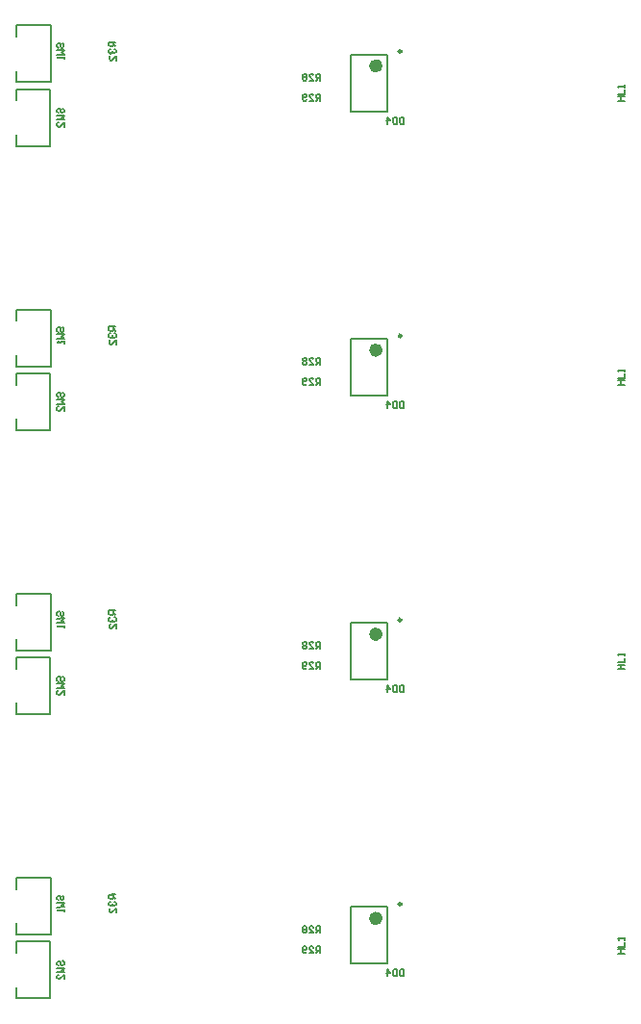
<source format=gbo>
G04*
G04 #@! TF.GenerationSoftware,Altium Limited,Altium Designer,20.2.7 (254)*
G04*
G04 Layer_Color=32896*
%FSLAX44Y44*%
%MOMM*%
G71*
G04*
G04 #@! TF.SameCoordinates,9E9914D9-28FD-47AE-AA4C-24E4B2164C89*
G04*
G04*
G04 #@! TF.FilePolarity,Positive*
G04*
G01*
G75*
%ADD10C,0.2500*%
%ADD11C,0.6000*%
%ADD12C,0.2000*%
%ADD13C,0.1500*%
D10*
X366000Y434710D02*
G03*
X366000Y434710I-1250J0D01*
G01*
Y684710D02*
G03*
X366000Y684710I-1250J0D01*
G01*
Y934710D02*
G03*
X366000Y934710I-1250J0D01*
G01*
Y184710D02*
G03*
X366000Y184710I-1250J0D01*
G01*
D11*
X346500Y422160D02*
G03*
X346500Y422160I-3000J0D01*
G01*
Y672160D02*
G03*
X346500Y672160I-3000J0D01*
G01*
Y922160D02*
G03*
X346500Y922160I-3000J0D01*
G01*
Y172160D02*
G03*
X346500Y172160I-3000J0D01*
G01*
D12*
X321500Y382160D02*
X353500D01*
X321500Y432160D02*
X353500D01*
X321500Y382160D02*
Y432160D01*
X353500Y382160D02*
Y432160D01*
X321500Y632160D02*
X353500D01*
X321500Y682160D02*
X353500D01*
X321500Y632160D02*
Y682160D01*
X353500Y632160D02*
Y682160D01*
X321500Y882160D02*
X353500D01*
X321500Y932160D02*
X353500D01*
X321500Y882160D02*
Y932160D01*
X353500Y882160D02*
Y932160D01*
X27066Y407800D02*
Y417800D01*
Y407800D02*
X57066D01*
Y457800D01*
X27066D02*
X57066D01*
X27066Y447800D02*
Y457800D01*
Y657800D02*
Y667800D01*
Y657800D02*
X57066D01*
Y707800D01*
X27066D02*
X57066D01*
X27066Y697800D02*
Y707800D01*
Y907800D02*
Y917800D01*
Y907800D02*
X57066D01*
Y957800D01*
X27066D02*
X57066D01*
X27066Y947800D02*
Y957800D01*
X26846Y391680D02*
Y401680D01*
X56846D01*
Y351680D02*
Y401680D01*
X26846Y351680D02*
X56846D01*
X26846D02*
Y361680D01*
Y641680D02*
Y651680D01*
X56846D01*
Y601680D02*
Y651680D01*
X26846Y601680D02*
X56846D01*
X26846D02*
Y611680D01*
Y891680D02*
Y901680D01*
X56846D01*
Y851680D02*
Y901680D01*
X26846Y851680D02*
X56846D01*
X26846D02*
Y861680D01*
X353500Y132160D02*
Y182160D01*
X321500Y132160D02*
Y182160D01*
X353500D01*
X321500Y132160D02*
X353500D01*
X27066Y197800D02*
Y207800D01*
X57066D01*
Y157800D02*
Y207800D01*
X27066Y157800D02*
X57066D01*
X27066D02*
Y167800D01*
X26846Y101680D02*
Y111680D01*
Y101680D02*
X56846D01*
Y151680D01*
X26846D02*
X56846D01*
X26846Y141680D02*
Y151680D01*
D13*
X368357Y377139D02*
Y371141D01*
X365358D01*
X364359Y372141D01*
Y376139D01*
X365358Y377139D01*
X368357D01*
X362359D02*
Y371141D01*
X359360D01*
X358361Y372141D01*
Y376139D01*
X359360Y377139D01*
X362359D01*
X353362Y371141D02*
Y377139D01*
X356361Y374140D01*
X352363D01*
X368357Y627139D02*
Y621141D01*
X365358D01*
X364359Y622141D01*
Y626139D01*
X365358Y627139D01*
X368357D01*
X362359D02*
Y621141D01*
X359360D01*
X358361Y622141D01*
Y626139D01*
X359360Y627139D01*
X362359D01*
X353362Y621141D02*
Y627139D01*
X356361Y624140D01*
X352363D01*
X368357Y877139D02*
Y871141D01*
X365358D01*
X364359Y872141D01*
Y876139D01*
X365358Y877139D01*
X368357D01*
X362359D02*
Y871141D01*
X359360D01*
X358361Y872141D01*
Y876139D01*
X359360Y877139D01*
X362359D01*
X353362Y871141D02*
Y877139D01*
X356361Y874140D01*
X352363D01*
X556701Y391272D02*
X562699D01*
X559700D01*
Y395271D01*
X556701D01*
X562699D01*
X556701Y397270D02*
X562699D01*
Y401269D01*
Y403268D02*
Y405268D01*
Y404268D01*
X556701D01*
X557701Y403268D01*
X556701Y641272D02*
X562699D01*
X559700D01*
Y645271D01*
X556701D01*
X562699D01*
X556701Y647270D02*
X562699D01*
Y651269D01*
Y653268D02*
Y655268D01*
Y654268D01*
X556701D01*
X557701Y653268D01*
X556701Y891272D02*
X562699D01*
X559700D01*
Y895271D01*
X556701D01*
X562699D01*
X556701Y897270D02*
X562699D01*
Y901269D01*
Y903268D02*
Y905268D01*
Y904268D01*
X556701D01*
X557701Y903268D01*
X294697Y409241D02*
Y415239D01*
X291698D01*
X290699Y414239D01*
Y412240D01*
X291698Y411240D01*
X294697D01*
X292698D02*
X290699Y409241D01*
X284701D02*
X288699D01*
X284701Y413240D01*
Y414239D01*
X285700Y415239D01*
X287700D01*
X288699Y414239D01*
X282701D02*
X281702Y415239D01*
X279702D01*
X278703Y414239D01*
Y413240D01*
X279702Y412240D01*
X278703Y411240D01*
Y410241D01*
X279702Y409241D01*
X281702D01*
X282701Y410241D01*
Y411240D01*
X281702Y412240D01*
X282701Y413240D01*
Y414239D01*
X281702Y412240D02*
X279702D01*
X294697Y659241D02*
Y665239D01*
X291698D01*
X290699Y664239D01*
Y662240D01*
X291698Y661240D01*
X294697D01*
X292698D02*
X290699Y659241D01*
X284701D02*
X288699D01*
X284701Y663240D01*
Y664239D01*
X285700Y665239D01*
X287700D01*
X288699Y664239D01*
X282701D02*
X281702Y665239D01*
X279702D01*
X278703Y664239D01*
Y663240D01*
X279702Y662240D01*
X278703Y661240D01*
Y660241D01*
X279702Y659241D01*
X281702D01*
X282701Y660241D01*
Y661240D01*
X281702Y662240D01*
X282701Y663240D01*
Y664239D01*
X281702Y662240D02*
X279702D01*
X294697Y909241D02*
Y915239D01*
X291698D01*
X290699Y914239D01*
Y912240D01*
X291698Y911240D01*
X294697D01*
X292698D02*
X290699Y909241D01*
X284701D02*
X288699D01*
X284701Y913240D01*
Y914239D01*
X285700Y915239D01*
X287700D01*
X288699Y914239D01*
X282701D02*
X281702Y915239D01*
X279702D01*
X278703Y914239D01*
Y913240D01*
X279702Y912240D01*
X278703Y911240D01*
Y910241D01*
X279702Y909241D01*
X281702D01*
X282701Y910241D01*
Y911240D01*
X281702Y912240D01*
X282701Y913240D01*
Y914239D01*
X281702Y912240D02*
X279702D01*
X294697Y391461D02*
Y397459D01*
X291698D01*
X290699Y396459D01*
Y394460D01*
X291698Y393460D01*
X294697D01*
X292698D02*
X290699Y391461D01*
X284701D02*
X288699D01*
X284701Y395460D01*
Y396459D01*
X285700Y397459D01*
X287700D01*
X288699Y396459D01*
X282701Y392461D02*
X281702Y391461D01*
X279702D01*
X278703Y392461D01*
Y396459D01*
X279702Y397459D01*
X281702D01*
X282701Y396459D01*
Y395460D01*
X281702Y394460D01*
X278703D01*
X294697Y641461D02*
Y647459D01*
X291698D01*
X290699Y646459D01*
Y644460D01*
X291698Y643460D01*
X294697D01*
X292698D02*
X290699Y641461D01*
X284701D02*
X288699D01*
X284701Y645460D01*
Y646459D01*
X285700Y647459D01*
X287700D01*
X288699Y646459D01*
X282701Y642461D02*
X281702Y641461D01*
X279702D01*
X278703Y642461D01*
Y646459D01*
X279702Y647459D01*
X281702D01*
X282701Y646459D01*
Y645460D01*
X281702Y644460D01*
X278703D01*
X294697Y891461D02*
Y897459D01*
X291698D01*
X290699Y896459D01*
Y894460D01*
X291698Y893460D01*
X294697D01*
X292698D02*
X290699Y891461D01*
X284701D02*
X288699D01*
X284701Y895460D01*
Y896459D01*
X285700Y897459D01*
X287700D01*
X288699Y896459D01*
X282701Y892461D02*
X281702Y891461D01*
X279702D01*
X278703Y892461D01*
Y896459D01*
X279702Y897459D01*
X281702D01*
X282701Y896459D01*
Y895460D01*
X281702Y894460D01*
X278703D01*
X114342Y443133D02*
X108344Y443060D01*
X108380Y440062D01*
X109392Y439074D01*
X111391Y439098D01*
X112379Y440110D01*
X112342Y443109D01*
X112367Y441110D02*
X114390Y439135D01*
X109417Y437075D02*
X108429Y436063D01*
X108453Y434064D01*
X109465Y433077D01*
X110465Y433089D01*
X111452Y434100D01*
X111440Y435100D01*
X111452Y434100D01*
X112464Y433113D01*
X113463Y433125D01*
X114451Y434137D01*
X114427Y436136D01*
X113415Y437123D01*
X114536Y427140D02*
X114487Y431138D01*
X110538Y427091D01*
X109538Y427079D01*
X108526Y428066D01*
X108502Y430066D01*
X109489Y431077D01*
X114342Y693133D02*
X108344Y693060D01*
X108380Y690062D01*
X109392Y689074D01*
X111391Y689098D01*
X112379Y690110D01*
X112342Y693109D01*
X112367Y691110D02*
X114390Y689135D01*
X109417Y687075D02*
X108429Y686063D01*
X108453Y684064D01*
X109465Y683076D01*
X110465Y683089D01*
X111452Y684100D01*
X111440Y685100D01*
X111452Y684100D01*
X112464Y683113D01*
X113463Y683125D01*
X114451Y684137D01*
X114427Y686136D01*
X113415Y687123D01*
X114536Y677140D02*
X114487Y681138D01*
X110538Y677091D01*
X109538Y677079D01*
X108526Y678066D01*
X108502Y680066D01*
X109489Y681077D01*
X114342Y943133D02*
X108344Y943060D01*
X108380Y940062D01*
X109392Y939074D01*
X111391Y939098D01*
X112379Y940110D01*
X112342Y943109D01*
X112367Y941110D02*
X114390Y939135D01*
X109417Y937075D02*
X108429Y936063D01*
X108453Y934064D01*
X109465Y933076D01*
X110465Y933089D01*
X111452Y934100D01*
X111440Y935100D01*
X111452Y934100D01*
X112464Y933113D01*
X113463Y933125D01*
X114451Y934137D01*
X114427Y936136D01*
X113415Y937123D01*
X114536Y927140D02*
X114487Y931138D01*
X110538Y927091D01*
X109538Y927079D01*
X108526Y928066D01*
X108502Y930066D01*
X109489Y931077D01*
X63679Y438071D02*
X62666Y439057D01*
X62638Y441056D01*
X63624Y442069D01*
X64623Y442083D01*
X65637Y441097D01*
X65665Y439098D01*
X66678Y438113D01*
X67678Y438126D01*
X68663Y439140D01*
X68636Y441139D01*
X67622Y442125D01*
X62707Y436058D02*
X68705Y436141D01*
X66733Y434114D01*
X68760Y432143D01*
X62763Y432060D01*
X68788Y430144D02*
X68816Y428144D01*
X68802Y429144D01*
X62804Y429061D01*
X63790Y430074D01*
X63679Y688071D02*
X62666Y689057D01*
X62638Y691056D01*
X63624Y692069D01*
X64623Y692083D01*
X65637Y691097D01*
X65665Y689098D01*
X66678Y688112D01*
X67678Y688126D01*
X68663Y689140D01*
X68636Y691139D01*
X67622Y692125D01*
X62707Y686058D02*
X68705Y686141D01*
X66733Y684114D01*
X68760Y682143D01*
X62763Y682060D01*
X68788Y680144D02*
X68816Y678144D01*
X68802Y679144D01*
X62804Y679061D01*
X63790Y680074D01*
X63679Y938071D02*
X62666Y939057D01*
X62638Y941056D01*
X63624Y942069D01*
X64623Y942083D01*
X65637Y941097D01*
X65665Y939098D01*
X66678Y938113D01*
X67678Y938126D01*
X68663Y939140D01*
X68636Y941139D01*
X67622Y942125D01*
X62707Y936058D02*
X68705Y936141D01*
X66733Y934114D01*
X68760Y932143D01*
X62763Y932060D01*
X68788Y930144D02*
X68816Y928144D01*
X68802Y929144D01*
X62804Y929061D01*
X63790Y930074D01*
X63719Y380678D02*
X62719Y381677D01*
X62719Y383677D01*
X63718Y384677D01*
X64718Y384677D01*
X65718Y383678D01*
X65718Y381678D01*
X66718Y380679D01*
X67718Y380679D01*
X68717Y381679D01*
X68717Y383679D01*
X67717Y384678D01*
X62720Y378678D02*
X68718Y378680D01*
X66720Y376680D01*
X68720Y374682D01*
X62722Y374680D01*
X68721Y368684D02*
X68720Y372682D01*
X64723Y368682D01*
X63723Y368682D01*
X62723Y369681D01*
X62723Y371681D01*
X63722Y372681D01*
X63720Y630678D02*
X62719Y631678D01*
X62719Y633677D01*
X63718Y634677D01*
X64718Y634677D01*
X65718Y633678D01*
X65718Y631678D01*
X66719Y630679D01*
X67718Y630679D01*
X68717Y631679D01*
X68717Y633679D01*
X67717Y634678D01*
X62720Y628678D02*
X68718Y628680D01*
X66720Y626680D01*
X68720Y624682D01*
X62722Y624680D01*
X68721Y618684D02*
X68720Y622682D01*
X64723Y618682D01*
X63723Y618682D01*
X62723Y619681D01*
X62723Y621681D01*
X63722Y622681D01*
X63720Y880678D02*
X62719Y881677D01*
X62719Y883677D01*
X63718Y884677D01*
X64718Y884677D01*
X65718Y883678D01*
X65718Y881678D01*
X66719Y880679D01*
X67718Y880679D01*
X68717Y881679D01*
X68717Y883679D01*
X67717Y884678D01*
X62720Y878678D02*
X68718Y878680D01*
X66720Y876680D01*
X68720Y874682D01*
X62722Y874680D01*
X68721Y868683D02*
X68720Y872682D01*
X64723Y868682D01*
X63723Y868682D01*
X62723Y869681D01*
X62723Y871681D01*
X63722Y872681D01*
X556701Y141272D02*
X562699D01*
X559700D01*
Y145271D01*
X556701D01*
X562699D01*
X556701Y147270D02*
X562699D01*
Y151269D01*
Y153268D02*
Y155268D01*
Y154268D01*
X556701D01*
X557701Y153268D01*
X368357Y127139D02*
Y121141D01*
X365358D01*
X364359Y122141D01*
Y126139D01*
X365358Y127139D01*
X368357D01*
X362359D02*
Y121141D01*
X359360D01*
X358361Y122141D01*
Y126139D01*
X359360Y127139D01*
X362359D01*
X353362Y121141D02*
Y127139D01*
X356361Y124140D01*
X352363D01*
X294697Y159241D02*
Y165239D01*
X291698D01*
X290699Y164239D01*
Y162240D01*
X291698Y161240D01*
X294697D01*
X292698D02*
X290699Y159241D01*
X284701D02*
X288699D01*
X284701Y163240D01*
Y164239D01*
X285700Y165239D01*
X287700D01*
X288699Y164239D01*
X282701D02*
X281702Y165239D01*
X279702D01*
X278703Y164239D01*
Y163240D01*
X279702Y162240D01*
X278703Y161240D01*
Y160241D01*
X279702Y159241D01*
X281702D01*
X282701Y160241D01*
Y161240D01*
X281702Y162240D01*
X282701Y163240D01*
Y164239D01*
X281702Y162240D02*
X279702D01*
X294697Y141461D02*
Y147459D01*
X291698D01*
X290699Y146459D01*
Y144460D01*
X291698Y143460D01*
X294697D01*
X292698D02*
X290699Y141461D01*
X284701D02*
X288699D01*
X284701Y145460D01*
Y146459D01*
X285700Y147459D01*
X287700D01*
X288699Y146459D01*
X282701Y142461D02*
X281702Y141461D01*
X279702D01*
X278703Y142461D01*
Y146459D01*
X279702Y147459D01*
X281702D01*
X282701Y146459D01*
Y145460D01*
X281702Y144460D01*
X278703D01*
X114342Y193133D02*
X108344Y193060D01*
X108380Y190061D01*
X109392Y189074D01*
X111391Y189098D01*
X112379Y190110D01*
X112342Y193109D01*
X112367Y191110D02*
X114390Y189135D01*
X109417Y187075D02*
X108429Y186063D01*
X108453Y184064D01*
X109465Y183076D01*
X110465Y183089D01*
X111452Y184100D01*
X111440Y185100D01*
X111452Y184100D01*
X112464Y183113D01*
X113463Y183125D01*
X114451Y184137D01*
X114427Y186136D01*
X113415Y187124D01*
X114536Y177140D02*
X114487Y181138D01*
X110538Y177091D01*
X109538Y177079D01*
X108526Y178066D01*
X108502Y180065D01*
X109489Y181077D01*
X63679Y188071D02*
X62666Y189057D01*
X62638Y191056D01*
X63624Y192069D01*
X64623Y192083D01*
X65637Y191098D01*
X65665Y189098D01*
X66678Y188113D01*
X67678Y188126D01*
X68663Y189140D01*
X68636Y191139D01*
X67622Y192125D01*
X62707Y186058D02*
X68705Y186141D01*
X66733Y184114D01*
X68760Y182143D01*
X62763Y182060D01*
X68788Y180144D02*
X68816Y178144D01*
X68802Y179144D01*
X62804Y179061D01*
X63790Y180074D01*
X63719Y130678D02*
X62719Y131677D01*
X62719Y133677D01*
X63718Y134677D01*
X64718Y134677D01*
X65718Y133678D01*
X65718Y131678D01*
X66718Y130679D01*
X67718Y130679D01*
X68717Y131679D01*
X68717Y133679D01*
X67717Y134678D01*
X62720Y128678D02*
X68718Y128680D01*
X66720Y126680D01*
X68720Y124682D01*
X62722Y124680D01*
X68721Y118684D02*
X68720Y122682D01*
X64723Y118682D01*
X63723Y118682D01*
X62723Y119681D01*
X62723Y121681D01*
X63722Y122681D01*
M02*

</source>
